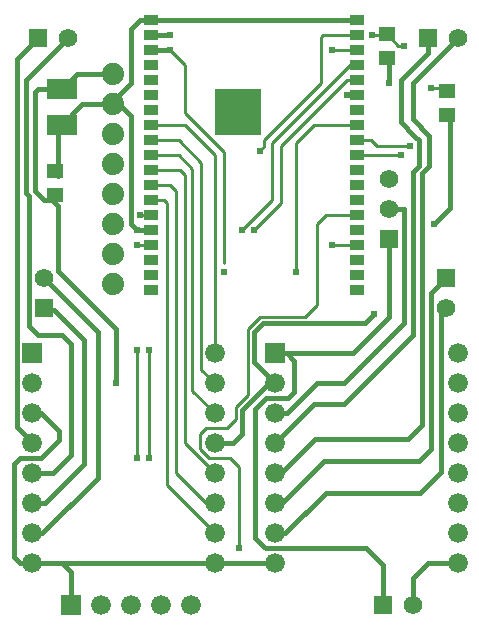
<source format=gtl>
G04 ---------------------------- Layer name :TOP LAYER*
G04 EasyEDA v5.6.15, Thu, 02 Aug 2018 18:58:32 GMT*
G04 5b09e127fb854e9390a9dbda6a4debf4*
G04 Gerber Generator version 0.2*
G04 Scale: 100 percent, Rotated: No, Reflected: No *
G04 Dimensions in inches *
G04 leading zeros omitted , absolute positions ,2 integer and 4 decimal *
%FSLAX24Y24*%
%MOIN*%
G90*
G70D02*

%ADD10C,0.010000*%
%ADD11C,0.015000*%
%ADD12C,0.024400*%
%ADD13R,0.102362X0.070866*%
%ADD14R,0.045276X0.035433*%
%ADD15R,0.157480X0.157480*%
%ADD16R,0.057870X0.045670*%
%ADD17R,0.066000X0.066000*%
%ADD18C,0.066000*%
%ADD19R,0.062000X0.062000*%
%ADD20C,0.062000*%
%ADD21C,0.074000*%

%LPD*%
G54D10*
G01X11710Y19200D02*
G01X10800Y19200D01*
G01X11300Y17700D02*
G01X11710Y17700D01*
G01X6900Y15700D02*
G01X6900Y15700D01*
G01X6900Y9100D01*
G01X6900Y8100D02*
G01X6450Y8550D01*
G01X6450Y15450D01*
G01X5700Y16200D01*
G01X4840Y16200D01*
G01X6900Y15700D02*
G01X6800Y15800D01*
G01X5900Y16700D01*
G01X4840Y16700D01*
G01X6900Y7100D02*
G01X6150Y7850D01*
G01X6150Y15250D01*
G01X5700Y15700D01*
G01X4840Y15700D01*
G01X6900Y5100D02*
G01X5900Y6100D01*
G01X5900Y15050D01*
G01X5750Y15200D01*
G01X4840Y15200D01*
G01X6900Y4100D02*
G01X6600Y4100D01*
G01X5600Y5100D01*
G01X5600Y14500D01*
G01X5400Y14700D01*
G01X4840Y14700D01*
G01X4840Y14200D02*
G01X5200Y14200D01*
G01X5300Y14100D01*
G01X5300Y4700D01*
G01X6900Y3100D01*
G01X4400Y13700D02*
G01X4840Y13700D01*
G01X4840Y12700D02*
G01X4300Y12700D01*
G01X11710Y15700D02*
G01X13100Y15700D01*
G01X13400Y16000D02*
G01X12300Y16000D01*
G01X12100Y16200D01*
G01X11710Y16200D01*
G01X11710Y16200D01*
G01X9600Y11800D02*
G01X9600Y16100D01*
G01X10200Y16700D01*
G01X11710Y16700D01*
G01X11710Y16700D01*
G01X10800Y12700D02*
G01X11710Y12700D01*
G01X11710Y12700D01*
G01X4700Y9200D02*
G01X4700Y5600D01*
G01X11710Y18200D02*
G01X11300Y18200D01*
G01X9100Y16000D01*
G01X9100Y14100D01*
G01X8200Y13200D01*
G01X11710Y18700D02*
G01X11400Y18700D01*
G01X8800Y16100D01*
G01X8800Y14200D01*
G01X7800Y13200D01*
G01X4300Y9200D02*
G01X4300Y5600D01*
G01X11710Y13700D02*
G01X10600Y13700D01*
G01X10300Y13400D01*
G01X10300Y10700D01*
G01X9900Y10300D01*
G01X8400Y10300D01*
G01X8000Y9900D01*
G01X8000Y7700D01*
G01X7600Y7300D01*
G01X7600Y6900D01*
G01X7300Y6600D01*
G01X6600Y6600D01*
G01X6400Y6400D01*
G01X6400Y5900D01*
G01X6700Y5600D01*
G01X7400Y5600D01*
G01X7700Y5300D01*
G01X7700Y2600D01*
G54D11*
G01X6900Y2100D02*
G01X8900Y2100D01*
G01X6900Y2100D02*
G01X900Y2100D01*
G01X13500Y700D02*
G01X13500Y1600D01*
G01X14000Y2100D01*
G01X15000Y2100D01*
G01X900Y7100D02*
G01X1100Y7100D01*
G01X1700Y6500D01*
G01X1700Y6200D01*
G01X1100Y5600D01*
G01X400Y5600D01*
G01X200Y5400D01*
G01X200Y2300D01*
G01X400Y2100D01*
G01X800Y2100D01*
G01X4300Y13200D02*
G01X4840Y13200D01*
G01X3500Y17400D02*
G01X3700Y17400D01*
G01X4100Y17000D01*
G01X4100Y13400D01*
G01X4300Y13200D01*
G01X3500Y17400D02*
G01X3500Y17500D01*
G01X4100Y18100D01*
G01X4100Y19900D01*
G01X4400Y20200D01*
G01X4840Y20200D01*
G01X4840Y20200D02*
G01X11710Y20200D01*
G01X11710Y20200D01*
G01X8900Y7100D02*
G01X9300Y7100D01*
G01X9900Y7700D01*
G01X10300Y8100D01*
G01X11200Y8100D01*
G01X13200Y10100D01*
G01X13200Y13900D01*
G01X12700Y13900D01*
G01X800Y2100D02*
G01X1800Y2100D01*
G01X2100Y1800D01*
G01X2100Y700D01*
G01X6900Y6100D02*
G01X7500Y6100D01*
G01X7700Y6300D01*
G01X7800Y6400D01*
G01X7800Y7200D01*
G01X8600Y8000D01*
G01X8900Y8100D01*
G01X8900Y8100D02*
G01X8200Y8800D01*
G01X8200Y9800D01*
G01X8500Y10100D01*
G01X11900Y10100D01*
G01X12200Y10400D01*
G01X5400Y19700D02*
G01X4840Y19700D01*
G01X1800Y17900D02*
G01X2300Y18400D01*
G01X3500Y18400D01*
G01X1800Y16717D02*
G01X2481Y17400D01*
G01X3500Y17400D01*
G01X5400Y19200D02*
G01X4840Y19200D01*
G01X1800Y17900D02*
G01X1000Y17900D01*
G01X900Y17800D01*
G01X900Y14500D01*
G01X1200Y14200D01*
G01X1480Y14200D01*
G01X1669Y14009D01*
G01X1669Y15009D02*
G01X1669Y16588D01*
G01X1800Y16717D01*
G01X1669Y14009D02*
G01X1669Y11830D01*
G01X2600Y10900D01*
G01X3600Y9900D01*
G01X3600Y8100D01*
G01X14750Y16900D02*
G01X14730Y13930D01*
G01X14200Y13400D01*
G54D10*
G01X7200Y12100D02*
G01X7200Y15800D01*
G01X5900Y17100D01*
G01X5900Y18700D01*
G01X5400Y19200D01*
G01X14100Y17950D02*
G01X14539Y17950D01*
G01X14639Y17851D01*
G01X13200Y19350D02*
G01X13009Y19350D01*
G01X12636Y19722D01*
G01X12150Y19700D02*
G01X12614Y19700D01*
G01X12636Y19722D01*
G01X11640Y19699D02*
G01X10499Y19699D01*
G01X10450Y19650D01*
G01X10450Y18100D01*
G01X8750Y16400D01*
G01X8550Y16200D01*
G01X8550Y16000D01*
G01X8400Y15850D01*
G54D11*
G01X800Y3100D02*
G01X1150Y3100D01*
G01X3000Y4950D01*
G01X3000Y9800D01*
G01X1200Y11600D01*
G01X800Y4100D02*
G01X1250Y4100D01*
G01X2550Y5400D01*
G01X2550Y9550D01*
G01X1650Y10450D01*
G01X1550Y10550D01*
G01X1250Y10550D01*
G01X1200Y10600D01*
G01X800Y5100D02*
G01X1500Y5100D01*
G01X2100Y5700D01*
G01X2100Y9400D01*
G01X1800Y9700D01*
G01X1000Y9700D01*
G01X700Y10000D01*
G01X700Y14350D01*
G01X600Y14450D01*
G01X600Y18200D01*
G01X2000Y19600D01*
G01X800Y6100D02*
G01X800Y6150D01*
G01X300Y6650D01*
G01X300Y18900D01*
G01X1000Y19600D01*
G01X8900Y9100D02*
G01X11500Y9100D01*
G01X12700Y10300D01*
G01X12700Y12900D01*
G01X8900Y9100D02*
G01X9300Y9100D01*
G01X9550Y8850D01*
G01X9550Y7800D01*
G01X9350Y7600D01*
G01X8600Y7600D01*
G01X8250Y7250D01*
G01X8250Y2950D01*
G01X8550Y2650D01*
G01X8600Y2600D01*
G01X11950Y2600D01*
G01X12500Y2050D01*
G01X12500Y700D01*
G01X14000Y19600D02*
G01X14000Y19100D01*
G01X13350Y18450D01*
G01X13100Y18200D01*
G01X13100Y16800D01*
G01X13550Y16350D01*
G01X13700Y16200D01*
G01X13700Y15350D01*
G01X13500Y15150D01*
G01X13500Y9700D01*
G01X11200Y7400D01*
G01X10200Y7400D01*
G01X8900Y6100D01*
G01X8900Y5100D02*
G01X9100Y5100D01*
G01X10250Y6250D01*
G01X13350Y6250D01*
G01X13800Y6700D01*
G01X13800Y15100D01*
G01X14050Y15350D01*
G01X14050Y16350D01*
G01X13500Y16900D01*
G01X13500Y18100D01*
G01X15000Y19600D01*
G01X8900Y4100D02*
G01X9150Y4100D01*
G01X10550Y5500D01*
G01X13700Y5500D01*
G01X14100Y5900D01*
G01X14100Y11100D01*
G01X14600Y11600D01*
G01X8900Y3100D02*
G01X9250Y3100D01*
G01X10600Y4450D01*
G01X13750Y4450D01*
G01X14450Y5150D01*
G01X14450Y10450D01*
G01X14600Y10600D01*
G01X12700Y18100D02*
G01X12700Y18859D01*
G01X12636Y18922D01*
G54D13*
G01X1800Y17900D03*
G01X1800Y16717D03*
G54D14*
G01X4771Y20200D03*
G01X4771Y19700D03*
G01X4771Y19200D03*
G01X4771Y18700D03*
G01X4771Y18200D03*
G01X4771Y17700D03*
G01X4771Y17200D03*
G01X4771Y16700D03*
G01X4771Y16200D03*
G01X4771Y15700D03*
G01X4771Y15200D03*
G01X4771Y14700D03*
G01X4771Y14200D03*
G01X4771Y13700D03*
G01X4771Y13200D03*
G01X4771Y12700D03*
G01X4771Y12200D03*
G01X4771Y11700D03*
G01X4771Y11200D03*
G01X11640Y20199D03*
G01X11640Y19699D03*
G01X11640Y19199D03*
G01X11640Y18699D03*
G01X11640Y18199D03*
G01X11640Y17699D03*
G01X11640Y17199D03*
G01X11640Y16699D03*
G01X11640Y16199D03*
G01X11640Y15699D03*
G01X11640Y15199D03*
G01X11640Y14699D03*
G01X11640Y14199D03*
G01X11640Y13699D03*
G01X11640Y13199D03*
G01X11640Y12699D03*
G01X11640Y12200D03*
G01X11640Y11700D03*
G01X11640Y11200D03*
G54D15*
G01X7664Y17133D03*
G54D16*
G01X12636Y19722D03*
G01X12636Y18922D03*
G01X14639Y17051D03*
G01X14639Y17851D03*
G01X1576Y15163D03*
G01X1576Y14363D03*
G54D17*
G01X2100Y700D03*
G54D18*
G01X3100Y700D03*
G01X4100Y700D03*
G01X5100Y700D03*
G01X6100Y700D03*
G54D17*
G01X800Y9100D03*
G54D18*
G01X6900Y9100D03*
G01X800Y8100D03*
G01X800Y7100D03*
G01X800Y6100D03*
G01X800Y5100D03*
G01X800Y4100D03*
G01X800Y3100D03*
G01X800Y2100D03*
G01X6900Y8100D03*
G01X6900Y7100D03*
G01X6900Y6100D03*
G01X6900Y5100D03*
G01X6900Y4100D03*
G01X6900Y3100D03*
G01X6900Y2100D03*
G54D17*
G01X8900Y9100D03*
G54D18*
G01X15000Y9100D03*
G01X8900Y8100D03*
G01X8900Y7100D03*
G01X8900Y6100D03*
G01X8900Y5100D03*
G01X8900Y4100D03*
G01X8900Y3100D03*
G01X8900Y2100D03*
G01X15000Y8100D03*
G01X15000Y7100D03*
G01X15000Y6100D03*
G01X15000Y5100D03*
G01X15000Y4100D03*
G01X15000Y3100D03*
G01X15000Y2100D03*
G54D19*
G01X1000Y19600D03*
G54D20*
G01X2000Y19600D03*
G54D19*
G01X1200Y10600D03*
G54D20*
G01X1200Y11600D03*
G54D19*
G01X14000Y19600D03*
G54D20*
G01X15000Y19600D03*
G54D19*
G01X14600Y11600D03*
G54D20*
G01X14600Y10600D03*
G54D19*
G01X12500Y700D03*
G54D20*
G01X13500Y700D03*
G54D21*
G01X3500Y18400D03*
G01X3500Y17400D03*
G01X3500Y16400D03*
G01X3500Y15400D03*
G01X3500Y14400D03*
G01X3500Y13400D03*
G01X3500Y12400D03*
G01X3500Y11400D03*
G54D20*
G01X12700Y14900D03*
G01X12700Y13900D03*
G54D19*
G01X12700Y12900D03*
G54D12*
G01X10800Y19200D03*
G01X11300Y17700D03*
G01X4400Y13700D03*
G01X4300Y12700D03*
G01X13100Y15700D03*
G01X13400Y16000D03*
G01X9600Y11800D03*
G01X10800Y12700D03*
G01X4700Y5600D03*
G01X8200Y13200D03*
G01X7800Y13200D03*
G01X4300Y9200D03*
G01X4300Y5600D03*
G01X4700Y9200D03*
G01X7700Y2600D03*
G01X4300Y13200D03*
G01X5400Y19700D03*
G01X5400Y19200D03*
G01X14200Y13400D03*
G01X3600Y8100D03*
G01X7200Y11800D03*
G01X12200Y10400D03*
G01X14100Y17950D03*
G01X13200Y19350D03*
G01X12150Y19700D03*
G01X8400Y15850D03*
G01X12700Y18100D03*
M00*
M02*

</source>
